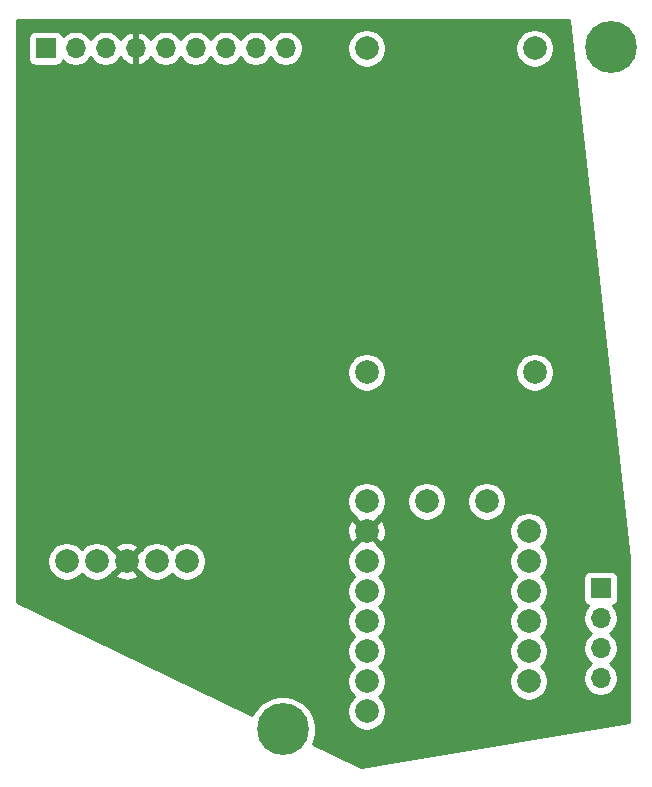
<source format=gbr>
G04 #@! TF.GenerationSoftware,KiCad,Pcbnew,(5.1.5)-3*
G04 #@! TF.CreationDate,2020-02-27T11:18:57-07:00*
G04 #@! TF.ProjectId,matildaboard,6d617469-6c64-4616-926f-6172642e6b69,rev?*
G04 #@! TF.SameCoordinates,Original*
G04 #@! TF.FileFunction,Copper,L2,Bot*
G04 #@! TF.FilePolarity,Positive*
%FSLAX46Y46*%
G04 Gerber Fmt 4.6, Leading zero omitted, Abs format (unit mm)*
G04 Created by KiCad (PCBNEW (5.1.5)-3) date 2020-02-27 11:18:57*
%MOMM*%
%LPD*%
G04 APERTURE LIST*
%ADD10C,0.700000*%
%ADD11C,4.400000*%
%ADD12C,2.000000*%
%ADD13R,1.700000X1.700000*%
%ADD14O,1.700000X1.700000*%
%ADD15C,0.254000*%
G04 APERTURE END LIST*
D10*
X141882726Y-106021274D03*
X140716000Y-105538000D03*
X139549274Y-106021274D03*
X139066000Y-107188000D03*
X139549274Y-108354726D03*
X140716000Y-108838000D03*
X141882726Y-108354726D03*
X142366000Y-107188000D03*
D11*
X140716000Y-107188000D03*
D10*
X169695726Y-48236274D03*
X168529000Y-47753000D03*
X167362274Y-48236274D03*
X166879000Y-49403000D03*
X167362274Y-50569726D03*
X168529000Y-51053000D03*
X169695726Y-50569726D03*
X170179000Y-49403000D03*
D11*
X168529000Y-49403000D03*
D12*
X147828000Y-87884000D03*
X147828000Y-90424000D03*
X147828000Y-92964000D03*
X147828000Y-95504000D03*
X147828000Y-98044000D03*
X147828000Y-100584000D03*
X147828000Y-103124000D03*
X147828000Y-105664000D03*
X161544000Y-103124000D03*
X161544000Y-100584000D03*
X161544000Y-98044000D03*
X161544000Y-95504000D03*
X161544000Y-92964000D03*
X161544000Y-90424000D03*
X157988000Y-87884000D03*
X152908000Y-87884000D03*
D13*
X120650000Y-49530000D03*
D14*
X123190000Y-49530000D03*
X125730000Y-49530000D03*
X128270000Y-49530000D03*
X130810000Y-49530000D03*
X133350000Y-49530000D03*
X135890000Y-49530000D03*
X138430000Y-49530000D03*
X140970000Y-49530000D03*
D13*
X167640000Y-95250000D03*
D14*
X167640000Y-97790000D03*
X167640000Y-100330000D03*
X167640000Y-102870000D03*
D12*
X132588000Y-92964000D03*
X130048000Y-92964000D03*
X127508000Y-92964000D03*
X124968000Y-92964000D03*
X122428000Y-92964000D03*
X147828000Y-49530000D03*
X162052000Y-49530000D03*
X147828000Y-76962000D03*
X162052000Y-76962000D03*
D15*
G36*
X170053000Y-92717032D02*
G01*
X170053000Y-106572415D01*
X147338646Y-110358140D01*
X143276238Y-108415249D01*
X143442052Y-108014939D01*
X143551000Y-107467223D01*
X143551000Y-106908777D01*
X143442052Y-106361061D01*
X143228344Y-105845124D01*
X142918088Y-105380793D01*
X142523207Y-104985912D01*
X142058876Y-104675656D01*
X141542939Y-104461948D01*
X140995223Y-104353000D01*
X140436777Y-104353000D01*
X139889061Y-104461948D01*
X139373124Y-104675656D01*
X138908793Y-104985912D01*
X138513912Y-105380793D01*
X138203656Y-105845124D01*
X138153834Y-105965404D01*
X118237000Y-96439962D01*
X118237000Y-92802967D01*
X120793000Y-92802967D01*
X120793000Y-93125033D01*
X120855832Y-93440912D01*
X120979082Y-93738463D01*
X121158013Y-94006252D01*
X121385748Y-94233987D01*
X121653537Y-94412918D01*
X121951088Y-94536168D01*
X122266967Y-94599000D01*
X122589033Y-94599000D01*
X122904912Y-94536168D01*
X123202463Y-94412918D01*
X123470252Y-94233987D01*
X123697987Y-94006252D01*
X123698000Y-94006233D01*
X123698013Y-94006252D01*
X123925748Y-94233987D01*
X124193537Y-94412918D01*
X124491088Y-94536168D01*
X124806967Y-94599000D01*
X125129033Y-94599000D01*
X125444912Y-94536168D01*
X125742463Y-94412918D01*
X126010252Y-94233987D01*
X126144826Y-94099413D01*
X126552192Y-94099413D01*
X126647956Y-94363814D01*
X126937571Y-94504704D01*
X127249108Y-94586384D01*
X127570595Y-94605718D01*
X127889675Y-94561961D01*
X128194088Y-94456795D01*
X128368044Y-94363814D01*
X128463808Y-94099413D01*
X127508000Y-93143605D01*
X126552192Y-94099413D01*
X126144826Y-94099413D01*
X126237987Y-94006252D01*
X126310720Y-93897400D01*
X126372587Y-93919808D01*
X127328395Y-92964000D01*
X127687605Y-92964000D01*
X128643413Y-93919808D01*
X128705280Y-93897400D01*
X128778013Y-94006252D01*
X129005748Y-94233987D01*
X129273537Y-94412918D01*
X129571088Y-94536168D01*
X129886967Y-94599000D01*
X130209033Y-94599000D01*
X130524912Y-94536168D01*
X130822463Y-94412918D01*
X131090252Y-94233987D01*
X131317987Y-94006252D01*
X131318000Y-94006233D01*
X131318013Y-94006252D01*
X131545748Y-94233987D01*
X131813537Y-94412918D01*
X132111088Y-94536168D01*
X132426967Y-94599000D01*
X132749033Y-94599000D01*
X133064912Y-94536168D01*
X133362463Y-94412918D01*
X133630252Y-94233987D01*
X133857987Y-94006252D01*
X134036918Y-93738463D01*
X134160168Y-93440912D01*
X134223000Y-93125033D01*
X134223000Y-92802967D01*
X146193000Y-92802967D01*
X146193000Y-93125033D01*
X146255832Y-93440912D01*
X146379082Y-93738463D01*
X146558013Y-94006252D01*
X146785748Y-94233987D01*
X146785767Y-94234000D01*
X146785748Y-94234013D01*
X146558013Y-94461748D01*
X146379082Y-94729537D01*
X146255832Y-95027088D01*
X146193000Y-95342967D01*
X146193000Y-95665033D01*
X146255832Y-95980912D01*
X146379082Y-96278463D01*
X146558013Y-96546252D01*
X146785748Y-96773987D01*
X146785767Y-96774000D01*
X146785748Y-96774013D01*
X146558013Y-97001748D01*
X146379082Y-97269537D01*
X146255832Y-97567088D01*
X146193000Y-97882967D01*
X146193000Y-98205033D01*
X146255832Y-98520912D01*
X146379082Y-98818463D01*
X146558013Y-99086252D01*
X146785748Y-99313987D01*
X146785767Y-99314000D01*
X146785748Y-99314013D01*
X146558013Y-99541748D01*
X146379082Y-99809537D01*
X146255832Y-100107088D01*
X146193000Y-100422967D01*
X146193000Y-100745033D01*
X146255832Y-101060912D01*
X146379082Y-101358463D01*
X146558013Y-101626252D01*
X146785748Y-101853987D01*
X146785767Y-101854000D01*
X146785748Y-101854013D01*
X146558013Y-102081748D01*
X146379082Y-102349537D01*
X146255832Y-102647088D01*
X146193000Y-102962967D01*
X146193000Y-103285033D01*
X146255832Y-103600912D01*
X146379082Y-103898463D01*
X146558013Y-104166252D01*
X146785748Y-104393987D01*
X146785767Y-104394000D01*
X146785748Y-104394013D01*
X146558013Y-104621748D01*
X146379082Y-104889537D01*
X146255832Y-105187088D01*
X146193000Y-105502967D01*
X146193000Y-105825033D01*
X146255832Y-106140912D01*
X146379082Y-106438463D01*
X146558013Y-106706252D01*
X146785748Y-106933987D01*
X147053537Y-107112918D01*
X147351088Y-107236168D01*
X147666967Y-107299000D01*
X147989033Y-107299000D01*
X148304912Y-107236168D01*
X148602463Y-107112918D01*
X148870252Y-106933987D01*
X149097987Y-106706252D01*
X149276918Y-106438463D01*
X149400168Y-106140912D01*
X149463000Y-105825033D01*
X149463000Y-105502967D01*
X149400168Y-105187088D01*
X149276918Y-104889537D01*
X149097987Y-104621748D01*
X148870252Y-104394013D01*
X148870233Y-104394000D01*
X148870252Y-104393987D01*
X149097987Y-104166252D01*
X149276918Y-103898463D01*
X149400168Y-103600912D01*
X149463000Y-103285033D01*
X149463000Y-102962967D01*
X149400168Y-102647088D01*
X149276918Y-102349537D01*
X149097987Y-102081748D01*
X148870252Y-101854013D01*
X148870233Y-101854000D01*
X148870252Y-101853987D01*
X149097987Y-101626252D01*
X149276918Y-101358463D01*
X149400168Y-101060912D01*
X149463000Y-100745033D01*
X149463000Y-100422967D01*
X149400168Y-100107088D01*
X149276918Y-99809537D01*
X149097987Y-99541748D01*
X148870252Y-99314013D01*
X148870233Y-99314000D01*
X148870252Y-99313987D01*
X149097987Y-99086252D01*
X149276918Y-98818463D01*
X149400168Y-98520912D01*
X149463000Y-98205033D01*
X149463000Y-97882967D01*
X149400168Y-97567088D01*
X149276918Y-97269537D01*
X149097987Y-97001748D01*
X148870252Y-96774013D01*
X148870233Y-96774000D01*
X148870252Y-96773987D01*
X149097987Y-96546252D01*
X149276918Y-96278463D01*
X149400168Y-95980912D01*
X149463000Y-95665033D01*
X149463000Y-95342967D01*
X149400168Y-95027088D01*
X149276918Y-94729537D01*
X149097987Y-94461748D01*
X148870252Y-94234013D01*
X148870233Y-94234000D01*
X148870252Y-94233987D01*
X149097987Y-94006252D01*
X149276918Y-93738463D01*
X149400168Y-93440912D01*
X149463000Y-93125033D01*
X149463000Y-92802967D01*
X149400168Y-92487088D01*
X149276918Y-92189537D01*
X149097987Y-91921748D01*
X148870252Y-91694013D01*
X148761400Y-91621280D01*
X148783808Y-91559413D01*
X147828000Y-90603605D01*
X146872192Y-91559413D01*
X146894600Y-91621280D01*
X146785748Y-91694013D01*
X146558013Y-91921748D01*
X146379082Y-92189537D01*
X146255832Y-92487088D01*
X146193000Y-92802967D01*
X134223000Y-92802967D01*
X134160168Y-92487088D01*
X134036918Y-92189537D01*
X133857987Y-91921748D01*
X133630252Y-91694013D01*
X133362463Y-91515082D01*
X133064912Y-91391832D01*
X132749033Y-91329000D01*
X132426967Y-91329000D01*
X132111088Y-91391832D01*
X131813537Y-91515082D01*
X131545748Y-91694013D01*
X131318013Y-91921748D01*
X131318000Y-91921767D01*
X131317987Y-91921748D01*
X131090252Y-91694013D01*
X130822463Y-91515082D01*
X130524912Y-91391832D01*
X130209033Y-91329000D01*
X129886967Y-91329000D01*
X129571088Y-91391832D01*
X129273537Y-91515082D01*
X129005748Y-91694013D01*
X128778013Y-91921748D01*
X128705280Y-92030600D01*
X128643413Y-92008192D01*
X127687605Y-92964000D01*
X127328395Y-92964000D01*
X126372587Y-92008192D01*
X126310720Y-92030600D01*
X126237987Y-91921748D01*
X126144826Y-91828587D01*
X126552192Y-91828587D01*
X127508000Y-92784395D01*
X128463808Y-91828587D01*
X128368044Y-91564186D01*
X128078429Y-91423296D01*
X127766892Y-91341616D01*
X127445405Y-91322282D01*
X127126325Y-91366039D01*
X126821912Y-91471205D01*
X126647956Y-91564186D01*
X126552192Y-91828587D01*
X126144826Y-91828587D01*
X126010252Y-91694013D01*
X125742463Y-91515082D01*
X125444912Y-91391832D01*
X125129033Y-91329000D01*
X124806967Y-91329000D01*
X124491088Y-91391832D01*
X124193537Y-91515082D01*
X123925748Y-91694013D01*
X123698013Y-91921748D01*
X123698000Y-91921767D01*
X123697987Y-91921748D01*
X123470252Y-91694013D01*
X123202463Y-91515082D01*
X122904912Y-91391832D01*
X122589033Y-91329000D01*
X122266967Y-91329000D01*
X121951088Y-91391832D01*
X121653537Y-91515082D01*
X121385748Y-91694013D01*
X121158013Y-91921748D01*
X120979082Y-92189537D01*
X120855832Y-92487088D01*
X120793000Y-92802967D01*
X118237000Y-92802967D01*
X118237000Y-90486595D01*
X146186282Y-90486595D01*
X146230039Y-90805675D01*
X146335205Y-91110088D01*
X146428186Y-91284044D01*
X146692587Y-91379808D01*
X147648395Y-90424000D01*
X148007605Y-90424000D01*
X148963413Y-91379808D01*
X149227814Y-91284044D01*
X149368704Y-90994429D01*
X149450384Y-90682892D01*
X149469718Y-90361405D01*
X149456219Y-90262967D01*
X159909000Y-90262967D01*
X159909000Y-90585033D01*
X159971832Y-90900912D01*
X160095082Y-91198463D01*
X160274013Y-91466252D01*
X160501748Y-91693987D01*
X160501767Y-91694000D01*
X160501748Y-91694013D01*
X160274013Y-91921748D01*
X160095082Y-92189537D01*
X159971832Y-92487088D01*
X159909000Y-92802967D01*
X159909000Y-93125033D01*
X159971832Y-93440912D01*
X160095082Y-93738463D01*
X160274013Y-94006252D01*
X160501748Y-94233987D01*
X160501767Y-94234000D01*
X160501748Y-94234013D01*
X160274013Y-94461748D01*
X160095082Y-94729537D01*
X159971832Y-95027088D01*
X159909000Y-95342967D01*
X159909000Y-95665033D01*
X159971832Y-95980912D01*
X160095082Y-96278463D01*
X160274013Y-96546252D01*
X160501748Y-96773987D01*
X160501767Y-96774000D01*
X160501748Y-96774013D01*
X160274013Y-97001748D01*
X160095082Y-97269537D01*
X159971832Y-97567088D01*
X159909000Y-97882967D01*
X159909000Y-98205033D01*
X159971832Y-98520912D01*
X160095082Y-98818463D01*
X160274013Y-99086252D01*
X160501748Y-99313987D01*
X160501767Y-99314000D01*
X160501748Y-99314013D01*
X160274013Y-99541748D01*
X160095082Y-99809537D01*
X159971832Y-100107088D01*
X159909000Y-100422967D01*
X159909000Y-100745033D01*
X159971832Y-101060912D01*
X160095082Y-101358463D01*
X160274013Y-101626252D01*
X160501748Y-101853987D01*
X160501767Y-101854000D01*
X160501748Y-101854013D01*
X160274013Y-102081748D01*
X160095082Y-102349537D01*
X159971832Y-102647088D01*
X159909000Y-102962967D01*
X159909000Y-103285033D01*
X159971832Y-103600912D01*
X160095082Y-103898463D01*
X160274013Y-104166252D01*
X160501748Y-104393987D01*
X160769537Y-104572918D01*
X161067088Y-104696168D01*
X161382967Y-104759000D01*
X161705033Y-104759000D01*
X162020912Y-104696168D01*
X162318463Y-104572918D01*
X162586252Y-104393987D01*
X162813987Y-104166252D01*
X162992918Y-103898463D01*
X163116168Y-103600912D01*
X163179000Y-103285033D01*
X163179000Y-102962967D01*
X163116168Y-102647088D01*
X162992918Y-102349537D01*
X162813987Y-102081748D01*
X162586252Y-101854013D01*
X162586233Y-101854000D01*
X162586252Y-101853987D01*
X162813987Y-101626252D01*
X162992918Y-101358463D01*
X163116168Y-101060912D01*
X163179000Y-100745033D01*
X163179000Y-100422967D01*
X163116168Y-100107088D01*
X162992918Y-99809537D01*
X162813987Y-99541748D01*
X162586252Y-99314013D01*
X162586233Y-99314000D01*
X162586252Y-99313987D01*
X162813987Y-99086252D01*
X162992918Y-98818463D01*
X163116168Y-98520912D01*
X163179000Y-98205033D01*
X163179000Y-97882967D01*
X163116168Y-97567088D01*
X162992918Y-97269537D01*
X162813987Y-97001748D01*
X162586252Y-96774013D01*
X162586233Y-96774000D01*
X162586252Y-96773987D01*
X162813987Y-96546252D01*
X162992918Y-96278463D01*
X163116168Y-95980912D01*
X163179000Y-95665033D01*
X163179000Y-95342967D01*
X163116168Y-95027088D01*
X162992918Y-94729537D01*
X162813987Y-94461748D01*
X162752239Y-94400000D01*
X166151928Y-94400000D01*
X166151928Y-96100000D01*
X166164188Y-96224482D01*
X166200498Y-96344180D01*
X166259463Y-96454494D01*
X166338815Y-96551185D01*
X166435506Y-96630537D01*
X166545820Y-96689502D01*
X166618380Y-96711513D01*
X166486525Y-96843368D01*
X166324010Y-97086589D01*
X166212068Y-97356842D01*
X166155000Y-97643740D01*
X166155000Y-97936260D01*
X166212068Y-98223158D01*
X166324010Y-98493411D01*
X166486525Y-98736632D01*
X166693368Y-98943475D01*
X166867760Y-99060000D01*
X166693368Y-99176525D01*
X166486525Y-99383368D01*
X166324010Y-99626589D01*
X166212068Y-99896842D01*
X166155000Y-100183740D01*
X166155000Y-100476260D01*
X166212068Y-100763158D01*
X166324010Y-101033411D01*
X166486525Y-101276632D01*
X166693368Y-101483475D01*
X166867760Y-101600000D01*
X166693368Y-101716525D01*
X166486525Y-101923368D01*
X166324010Y-102166589D01*
X166212068Y-102436842D01*
X166155000Y-102723740D01*
X166155000Y-103016260D01*
X166212068Y-103303158D01*
X166324010Y-103573411D01*
X166486525Y-103816632D01*
X166693368Y-104023475D01*
X166936589Y-104185990D01*
X167206842Y-104297932D01*
X167493740Y-104355000D01*
X167786260Y-104355000D01*
X168073158Y-104297932D01*
X168343411Y-104185990D01*
X168586632Y-104023475D01*
X168793475Y-103816632D01*
X168955990Y-103573411D01*
X169067932Y-103303158D01*
X169125000Y-103016260D01*
X169125000Y-102723740D01*
X169067932Y-102436842D01*
X168955990Y-102166589D01*
X168793475Y-101923368D01*
X168586632Y-101716525D01*
X168412240Y-101600000D01*
X168586632Y-101483475D01*
X168793475Y-101276632D01*
X168955990Y-101033411D01*
X169067932Y-100763158D01*
X169125000Y-100476260D01*
X169125000Y-100183740D01*
X169067932Y-99896842D01*
X168955990Y-99626589D01*
X168793475Y-99383368D01*
X168586632Y-99176525D01*
X168412240Y-99060000D01*
X168586632Y-98943475D01*
X168793475Y-98736632D01*
X168955990Y-98493411D01*
X169067932Y-98223158D01*
X169125000Y-97936260D01*
X169125000Y-97643740D01*
X169067932Y-97356842D01*
X168955990Y-97086589D01*
X168793475Y-96843368D01*
X168661620Y-96711513D01*
X168734180Y-96689502D01*
X168844494Y-96630537D01*
X168941185Y-96551185D01*
X169020537Y-96454494D01*
X169079502Y-96344180D01*
X169115812Y-96224482D01*
X169128072Y-96100000D01*
X169128072Y-94400000D01*
X169115812Y-94275518D01*
X169079502Y-94155820D01*
X169020537Y-94045506D01*
X168941185Y-93948815D01*
X168844494Y-93869463D01*
X168734180Y-93810498D01*
X168614482Y-93774188D01*
X168490000Y-93761928D01*
X166790000Y-93761928D01*
X166665518Y-93774188D01*
X166545820Y-93810498D01*
X166435506Y-93869463D01*
X166338815Y-93948815D01*
X166259463Y-94045506D01*
X166200498Y-94155820D01*
X166164188Y-94275518D01*
X166151928Y-94400000D01*
X162752239Y-94400000D01*
X162586252Y-94234013D01*
X162586233Y-94234000D01*
X162586252Y-94233987D01*
X162813987Y-94006252D01*
X162992918Y-93738463D01*
X163116168Y-93440912D01*
X163179000Y-93125033D01*
X163179000Y-92802967D01*
X163116168Y-92487088D01*
X162992918Y-92189537D01*
X162813987Y-91921748D01*
X162586252Y-91694013D01*
X162586233Y-91694000D01*
X162586252Y-91693987D01*
X162813987Y-91466252D01*
X162992918Y-91198463D01*
X163116168Y-90900912D01*
X163179000Y-90585033D01*
X163179000Y-90262967D01*
X163116168Y-89947088D01*
X162992918Y-89649537D01*
X162813987Y-89381748D01*
X162586252Y-89154013D01*
X162318463Y-88975082D01*
X162020912Y-88851832D01*
X161705033Y-88789000D01*
X161382967Y-88789000D01*
X161067088Y-88851832D01*
X160769537Y-88975082D01*
X160501748Y-89154013D01*
X160274013Y-89381748D01*
X160095082Y-89649537D01*
X159971832Y-89947088D01*
X159909000Y-90262967D01*
X149456219Y-90262967D01*
X149425961Y-90042325D01*
X149320795Y-89737912D01*
X149227814Y-89563956D01*
X148963413Y-89468192D01*
X148007605Y-90424000D01*
X147648395Y-90424000D01*
X146692587Y-89468192D01*
X146428186Y-89563956D01*
X146287296Y-89853571D01*
X146205616Y-90165108D01*
X146186282Y-90486595D01*
X118237000Y-90486595D01*
X118237000Y-87722967D01*
X146193000Y-87722967D01*
X146193000Y-88045033D01*
X146255832Y-88360912D01*
X146379082Y-88658463D01*
X146558013Y-88926252D01*
X146785748Y-89153987D01*
X146894600Y-89226720D01*
X146872192Y-89288587D01*
X147828000Y-90244395D01*
X148783808Y-89288587D01*
X148761400Y-89226720D01*
X148870252Y-89153987D01*
X149097987Y-88926252D01*
X149276918Y-88658463D01*
X149400168Y-88360912D01*
X149463000Y-88045033D01*
X149463000Y-87722967D01*
X151273000Y-87722967D01*
X151273000Y-88045033D01*
X151335832Y-88360912D01*
X151459082Y-88658463D01*
X151638013Y-88926252D01*
X151865748Y-89153987D01*
X152133537Y-89332918D01*
X152431088Y-89456168D01*
X152746967Y-89519000D01*
X153069033Y-89519000D01*
X153384912Y-89456168D01*
X153682463Y-89332918D01*
X153950252Y-89153987D01*
X154177987Y-88926252D01*
X154356918Y-88658463D01*
X154480168Y-88360912D01*
X154543000Y-88045033D01*
X154543000Y-87722967D01*
X156353000Y-87722967D01*
X156353000Y-88045033D01*
X156415832Y-88360912D01*
X156539082Y-88658463D01*
X156718013Y-88926252D01*
X156945748Y-89153987D01*
X157213537Y-89332918D01*
X157511088Y-89456168D01*
X157826967Y-89519000D01*
X158149033Y-89519000D01*
X158464912Y-89456168D01*
X158762463Y-89332918D01*
X159030252Y-89153987D01*
X159257987Y-88926252D01*
X159436918Y-88658463D01*
X159560168Y-88360912D01*
X159623000Y-88045033D01*
X159623000Y-87722967D01*
X159560168Y-87407088D01*
X159436918Y-87109537D01*
X159257987Y-86841748D01*
X159030252Y-86614013D01*
X158762463Y-86435082D01*
X158464912Y-86311832D01*
X158149033Y-86249000D01*
X157826967Y-86249000D01*
X157511088Y-86311832D01*
X157213537Y-86435082D01*
X156945748Y-86614013D01*
X156718013Y-86841748D01*
X156539082Y-87109537D01*
X156415832Y-87407088D01*
X156353000Y-87722967D01*
X154543000Y-87722967D01*
X154480168Y-87407088D01*
X154356918Y-87109537D01*
X154177987Y-86841748D01*
X153950252Y-86614013D01*
X153682463Y-86435082D01*
X153384912Y-86311832D01*
X153069033Y-86249000D01*
X152746967Y-86249000D01*
X152431088Y-86311832D01*
X152133537Y-86435082D01*
X151865748Y-86614013D01*
X151638013Y-86841748D01*
X151459082Y-87109537D01*
X151335832Y-87407088D01*
X151273000Y-87722967D01*
X149463000Y-87722967D01*
X149400168Y-87407088D01*
X149276918Y-87109537D01*
X149097987Y-86841748D01*
X148870252Y-86614013D01*
X148602463Y-86435082D01*
X148304912Y-86311832D01*
X147989033Y-86249000D01*
X147666967Y-86249000D01*
X147351088Y-86311832D01*
X147053537Y-86435082D01*
X146785748Y-86614013D01*
X146558013Y-86841748D01*
X146379082Y-87109537D01*
X146255832Y-87407088D01*
X146193000Y-87722967D01*
X118237000Y-87722967D01*
X118237000Y-76800967D01*
X146193000Y-76800967D01*
X146193000Y-77123033D01*
X146255832Y-77438912D01*
X146379082Y-77736463D01*
X146558013Y-78004252D01*
X146785748Y-78231987D01*
X147053537Y-78410918D01*
X147351088Y-78534168D01*
X147666967Y-78597000D01*
X147989033Y-78597000D01*
X148304912Y-78534168D01*
X148602463Y-78410918D01*
X148870252Y-78231987D01*
X149097987Y-78004252D01*
X149276918Y-77736463D01*
X149400168Y-77438912D01*
X149463000Y-77123033D01*
X149463000Y-76800967D01*
X160417000Y-76800967D01*
X160417000Y-77123033D01*
X160479832Y-77438912D01*
X160603082Y-77736463D01*
X160782013Y-78004252D01*
X161009748Y-78231987D01*
X161277537Y-78410918D01*
X161575088Y-78534168D01*
X161890967Y-78597000D01*
X162213033Y-78597000D01*
X162528912Y-78534168D01*
X162826463Y-78410918D01*
X163094252Y-78231987D01*
X163321987Y-78004252D01*
X163500918Y-77736463D01*
X163624168Y-77438912D01*
X163687000Y-77123033D01*
X163687000Y-76800967D01*
X163624168Y-76485088D01*
X163500918Y-76187537D01*
X163321987Y-75919748D01*
X163094252Y-75692013D01*
X162826463Y-75513082D01*
X162528912Y-75389832D01*
X162213033Y-75327000D01*
X161890967Y-75327000D01*
X161575088Y-75389832D01*
X161277537Y-75513082D01*
X161009748Y-75692013D01*
X160782013Y-75919748D01*
X160603082Y-76187537D01*
X160479832Y-76485088D01*
X160417000Y-76800967D01*
X149463000Y-76800967D01*
X149400168Y-76485088D01*
X149276918Y-76187537D01*
X149097987Y-75919748D01*
X148870252Y-75692013D01*
X148602463Y-75513082D01*
X148304912Y-75389832D01*
X147989033Y-75327000D01*
X147666967Y-75327000D01*
X147351088Y-75389832D01*
X147053537Y-75513082D01*
X146785748Y-75692013D01*
X146558013Y-75919748D01*
X146379082Y-76187537D01*
X146255832Y-76485088D01*
X146193000Y-76800967D01*
X118237000Y-76800967D01*
X118237000Y-48680000D01*
X119161928Y-48680000D01*
X119161928Y-50380000D01*
X119174188Y-50504482D01*
X119210498Y-50624180D01*
X119269463Y-50734494D01*
X119348815Y-50831185D01*
X119445506Y-50910537D01*
X119555820Y-50969502D01*
X119675518Y-51005812D01*
X119800000Y-51018072D01*
X121500000Y-51018072D01*
X121624482Y-51005812D01*
X121744180Y-50969502D01*
X121854494Y-50910537D01*
X121951185Y-50831185D01*
X122030537Y-50734494D01*
X122089502Y-50624180D01*
X122111513Y-50551620D01*
X122243368Y-50683475D01*
X122486589Y-50845990D01*
X122756842Y-50957932D01*
X123043740Y-51015000D01*
X123336260Y-51015000D01*
X123623158Y-50957932D01*
X123893411Y-50845990D01*
X124136632Y-50683475D01*
X124343475Y-50476632D01*
X124460000Y-50302240D01*
X124576525Y-50476632D01*
X124783368Y-50683475D01*
X125026589Y-50845990D01*
X125296842Y-50957932D01*
X125583740Y-51015000D01*
X125876260Y-51015000D01*
X126163158Y-50957932D01*
X126433411Y-50845990D01*
X126676632Y-50683475D01*
X126883475Y-50476632D01*
X127005195Y-50294466D01*
X127074822Y-50411355D01*
X127269731Y-50627588D01*
X127503080Y-50801641D01*
X127765901Y-50926825D01*
X127913110Y-50971476D01*
X128143000Y-50850155D01*
X128143000Y-49657000D01*
X128123000Y-49657000D01*
X128123000Y-49403000D01*
X128143000Y-49403000D01*
X128143000Y-48209845D01*
X128397000Y-48209845D01*
X128397000Y-49403000D01*
X128417000Y-49403000D01*
X128417000Y-49657000D01*
X128397000Y-49657000D01*
X128397000Y-50850155D01*
X128626890Y-50971476D01*
X128774099Y-50926825D01*
X129036920Y-50801641D01*
X129270269Y-50627588D01*
X129465178Y-50411355D01*
X129534805Y-50294466D01*
X129656525Y-50476632D01*
X129863368Y-50683475D01*
X130106589Y-50845990D01*
X130376842Y-50957932D01*
X130663740Y-51015000D01*
X130956260Y-51015000D01*
X131243158Y-50957932D01*
X131513411Y-50845990D01*
X131756632Y-50683475D01*
X131963475Y-50476632D01*
X132080000Y-50302240D01*
X132196525Y-50476632D01*
X132403368Y-50683475D01*
X132646589Y-50845990D01*
X132916842Y-50957932D01*
X133203740Y-51015000D01*
X133496260Y-51015000D01*
X133783158Y-50957932D01*
X134053411Y-50845990D01*
X134296632Y-50683475D01*
X134503475Y-50476632D01*
X134620000Y-50302240D01*
X134736525Y-50476632D01*
X134943368Y-50683475D01*
X135186589Y-50845990D01*
X135456842Y-50957932D01*
X135743740Y-51015000D01*
X136036260Y-51015000D01*
X136323158Y-50957932D01*
X136593411Y-50845990D01*
X136836632Y-50683475D01*
X137043475Y-50476632D01*
X137160000Y-50302240D01*
X137276525Y-50476632D01*
X137483368Y-50683475D01*
X137726589Y-50845990D01*
X137996842Y-50957932D01*
X138283740Y-51015000D01*
X138576260Y-51015000D01*
X138863158Y-50957932D01*
X139133411Y-50845990D01*
X139376632Y-50683475D01*
X139583475Y-50476632D01*
X139700000Y-50302240D01*
X139816525Y-50476632D01*
X140023368Y-50683475D01*
X140266589Y-50845990D01*
X140536842Y-50957932D01*
X140823740Y-51015000D01*
X141116260Y-51015000D01*
X141403158Y-50957932D01*
X141673411Y-50845990D01*
X141916632Y-50683475D01*
X142123475Y-50476632D01*
X142285990Y-50233411D01*
X142397932Y-49963158D01*
X142455000Y-49676260D01*
X142455000Y-49383740D01*
X142452062Y-49368967D01*
X146193000Y-49368967D01*
X146193000Y-49691033D01*
X146255832Y-50006912D01*
X146379082Y-50304463D01*
X146558013Y-50572252D01*
X146785748Y-50799987D01*
X147053537Y-50978918D01*
X147351088Y-51102168D01*
X147666967Y-51165000D01*
X147989033Y-51165000D01*
X148304912Y-51102168D01*
X148602463Y-50978918D01*
X148870252Y-50799987D01*
X149097987Y-50572252D01*
X149276918Y-50304463D01*
X149400168Y-50006912D01*
X149463000Y-49691033D01*
X149463000Y-49368967D01*
X160417000Y-49368967D01*
X160417000Y-49691033D01*
X160479832Y-50006912D01*
X160603082Y-50304463D01*
X160782013Y-50572252D01*
X161009748Y-50799987D01*
X161277537Y-50978918D01*
X161575088Y-51102168D01*
X161890967Y-51165000D01*
X162213033Y-51165000D01*
X162528912Y-51102168D01*
X162826463Y-50978918D01*
X163094252Y-50799987D01*
X163321987Y-50572252D01*
X163500918Y-50304463D01*
X163624168Y-50006912D01*
X163687000Y-49691033D01*
X163687000Y-49368967D01*
X163624168Y-49053088D01*
X163500918Y-48755537D01*
X163321987Y-48487748D01*
X163094252Y-48260013D01*
X162826463Y-48081082D01*
X162528912Y-47957832D01*
X162213033Y-47895000D01*
X161890967Y-47895000D01*
X161575088Y-47957832D01*
X161277537Y-48081082D01*
X161009748Y-48260013D01*
X160782013Y-48487748D01*
X160603082Y-48755537D01*
X160479832Y-49053088D01*
X160417000Y-49368967D01*
X149463000Y-49368967D01*
X149400168Y-49053088D01*
X149276918Y-48755537D01*
X149097987Y-48487748D01*
X148870252Y-48260013D01*
X148602463Y-48081082D01*
X148304912Y-47957832D01*
X147989033Y-47895000D01*
X147666967Y-47895000D01*
X147351088Y-47957832D01*
X147053537Y-48081082D01*
X146785748Y-48260013D01*
X146558013Y-48487748D01*
X146379082Y-48755537D01*
X146255832Y-49053088D01*
X146193000Y-49368967D01*
X142452062Y-49368967D01*
X142397932Y-49096842D01*
X142285990Y-48826589D01*
X142123475Y-48583368D01*
X141916632Y-48376525D01*
X141673411Y-48214010D01*
X141403158Y-48102068D01*
X141116260Y-48045000D01*
X140823740Y-48045000D01*
X140536842Y-48102068D01*
X140266589Y-48214010D01*
X140023368Y-48376525D01*
X139816525Y-48583368D01*
X139700000Y-48757760D01*
X139583475Y-48583368D01*
X139376632Y-48376525D01*
X139133411Y-48214010D01*
X138863158Y-48102068D01*
X138576260Y-48045000D01*
X138283740Y-48045000D01*
X137996842Y-48102068D01*
X137726589Y-48214010D01*
X137483368Y-48376525D01*
X137276525Y-48583368D01*
X137160000Y-48757760D01*
X137043475Y-48583368D01*
X136836632Y-48376525D01*
X136593411Y-48214010D01*
X136323158Y-48102068D01*
X136036260Y-48045000D01*
X135743740Y-48045000D01*
X135456842Y-48102068D01*
X135186589Y-48214010D01*
X134943368Y-48376525D01*
X134736525Y-48583368D01*
X134620000Y-48757760D01*
X134503475Y-48583368D01*
X134296632Y-48376525D01*
X134053411Y-48214010D01*
X133783158Y-48102068D01*
X133496260Y-48045000D01*
X133203740Y-48045000D01*
X132916842Y-48102068D01*
X132646589Y-48214010D01*
X132403368Y-48376525D01*
X132196525Y-48583368D01*
X132080000Y-48757760D01*
X131963475Y-48583368D01*
X131756632Y-48376525D01*
X131513411Y-48214010D01*
X131243158Y-48102068D01*
X130956260Y-48045000D01*
X130663740Y-48045000D01*
X130376842Y-48102068D01*
X130106589Y-48214010D01*
X129863368Y-48376525D01*
X129656525Y-48583368D01*
X129534805Y-48765534D01*
X129465178Y-48648645D01*
X129270269Y-48432412D01*
X129036920Y-48258359D01*
X128774099Y-48133175D01*
X128626890Y-48088524D01*
X128397000Y-48209845D01*
X128143000Y-48209845D01*
X127913110Y-48088524D01*
X127765901Y-48133175D01*
X127503080Y-48258359D01*
X127269731Y-48432412D01*
X127074822Y-48648645D01*
X127005195Y-48765534D01*
X126883475Y-48583368D01*
X126676632Y-48376525D01*
X126433411Y-48214010D01*
X126163158Y-48102068D01*
X125876260Y-48045000D01*
X125583740Y-48045000D01*
X125296842Y-48102068D01*
X125026589Y-48214010D01*
X124783368Y-48376525D01*
X124576525Y-48583368D01*
X124460000Y-48757760D01*
X124343475Y-48583368D01*
X124136632Y-48376525D01*
X123893411Y-48214010D01*
X123623158Y-48102068D01*
X123336260Y-48045000D01*
X123043740Y-48045000D01*
X122756842Y-48102068D01*
X122486589Y-48214010D01*
X122243368Y-48376525D01*
X122111513Y-48508380D01*
X122089502Y-48435820D01*
X122030537Y-48325506D01*
X121951185Y-48228815D01*
X121854494Y-48149463D01*
X121744180Y-48090498D01*
X121624482Y-48054188D01*
X121500000Y-48041928D01*
X119800000Y-48041928D01*
X119675518Y-48054188D01*
X119555820Y-48090498D01*
X119445506Y-48149463D01*
X119348815Y-48228815D01*
X119269463Y-48325506D01*
X119210498Y-48435820D01*
X119174188Y-48555518D01*
X119161928Y-48680000D01*
X118237000Y-48680000D01*
X118237000Y-47117000D01*
X164986330Y-47117000D01*
X170053000Y-92717032D01*
G37*
X170053000Y-92717032D02*
X170053000Y-106572415D01*
X147338646Y-110358140D01*
X143276238Y-108415249D01*
X143442052Y-108014939D01*
X143551000Y-107467223D01*
X143551000Y-106908777D01*
X143442052Y-106361061D01*
X143228344Y-105845124D01*
X142918088Y-105380793D01*
X142523207Y-104985912D01*
X142058876Y-104675656D01*
X141542939Y-104461948D01*
X140995223Y-104353000D01*
X140436777Y-104353000D01*
X139889061Y-104461948D01*
X139373124Y-104675656D01*
X138908793Y-104985912D01*
X138513912Y-105380793D01*
X138203656Y-105845124D01*
X138153834Y-105965404D01*
X118237000Y-96439962D01*
X118237000Y-92802967D01*
X120793000Y-92802967D01*
X120793000Y-93125033D01*
X120855832Y-93440912D01*
X120979082Y-93738463D01*
X121158013Y-94006252D01*
X121385748Y-94233987D01*
X121653537Y-94412918D01*
X121951088Y-94536168D01*
X122266967Y-94599000D01*
X122589033Y-94599000D01*
X122904912Y-94536168D01*
X123202463Y-94412918D01*
X123470252Y-94233987D01*
X123697987Y-94006252D01*
X123698000Y-94006233D01*
X123698013Y-94006252D01*
X123925748Y-94233987D01*
X124193537Y-94412918D01*
X124491088Y-94536168D01*
X124806967Y-94599000D01*
X125129033Y-94599000D01*
X125444912Y-94536168D01*
X125742463Y-94412918D01*
X126010252Y-94233987D01*
X126144826Y-94099413D01*
X126552192Y-94099413D01*
X126647956Y-94363814D01*
X126937571Y-94504704D01*
X127249108Y-94586384D01*
X127570595Y-94605718D01*
X127889675Y-94561961D01*
X128194088Y-94456795D01*
X128368044Y-94363814D01*
X128463808Y-94099413D01*
X127508000Y-93143605D01*
X126552192Y-94099413D01*
X126144826Y-94099413D01*
X126237987Y-94006252D01*
X126310720Y-93897400D01*
X126372587Y-93919808D01*
X127328395Y-92964000D01*
X127687605Y-92964000D01*
X128643413Y-93919808D01*
X128705280Y-93897400D01*
X128778013Y-94006252D01*
X129005748Y-94233987D01*
X129273537Y-94412918D01*
X129571088Y-94536168D01*
X129886967Y-94599000D01*
X130209033Y-94599000D01*
X130524912Y-94536168D01*
X130822463Y-94412918D01*
X131090252Y-94233987D01*
X131317987Y-94006252D01*
X131318000Y-94006233D01*
X131318013Y-94006252D01*
X131545748Y-94233987D01*
X131813537Y-94412918D01*
X132111088Y-94536168D01*
X132426967Y-94599000D01*
X132749033Y-94599000D01*
X133064912Y-94536168D01*
X133362463Y-94412918D01*
X133630252Y-94233987D01*
X133857987Y-94006252D01*
X134036918Y-93738463D01*
X134160168Y-93440912D01*
X134223000Y-93125033D01*
X134223000Y-92802967D01*
X146193000Y-92802967D01*
X146193000Y-93125033D01*
X146255832Y-93440912D01*
X146379082Y-93738463D01*
X146558013Y-94006252D01*
X146785748Y-94233987D01*
X146785767Y-94234000D01*
X146785748Y-94234013D01*
X146558013Y-94461748D01*
X146379082Y-94729537D01*
X146255832Y-95027088D01*
X146193000Y-95342967D01*
X146193000Y-95665033D01*
X146255832Y-95980912D01*
X146379082Y-96278463D01*
X146558013Y-96546252D01*
X146785748Y-96773987D01*
X146785767Y-96774000D01*
X146785748Y-96774013D01*
X146558013Y-97001748D01*
X146379082Y-97269537D01*
X146255832Y-97567088D01*
X146193000Y-97882967D01*
X146193000Y-98205033D01*
X146255832Y-98520912D01*
X146379082Y-98818463D01*
X146558013Y-99086252D01*
X146785748Y-99313987D01*
X146785767Y-99314000D01*
X146785748Y-99314013D01*
X146558013Y-99541748D01*
X146379082Y-99809537D01*
X146255832Y-100107088D01*
X146193000Y-100422967D01*
X146193000Y-100745033D01*
X146255832Y-101060912D01*
X146379082Y-101358463D01*
X146558013Y-101626252D01*
X146785748Y-101853987D01*
X146785767Y-101854000D01*
X146785748Y-101854013D01*
X146558013Y-102081748D01*
X146379082Y-102349537D01*
X146255832Y-102647088D01*
X146193000Y-102962967D01*
X146193000Y-103285033D01*
X146255832Y-103600912D01*
X146379082Y-103898463D01*
X146558013Y-104166252D01*
X146785748Y-104393987D01*
X146785767Y-104394000D01*
X146785748Y-104394013D01*
X146558013Y-104621748D01*
X146379082Y-104889537D01*
X146255832Y-105187088D01*
X146193000Y-105502967D01*
X146193000Y-105825033D01*
X146255832Y-106140912D01*
X146379082Y-106438463D01*
X146558013Y-106706252D01*
X146785748Y-106933987D01*
X147053537Y-107112918D01*
X147351088Y-107236168D01*
X147666967Y-107299000D01*
X147989033Y-107299000D01*
X148304912Y-107236168D01*
X148602463Y-107112918D01*
X148870252Y-106933987D01*
X149097987Y-106706252D01*
X149276918Y-106438463D01*
X149400168Y-106140912D01*
X149463000Y-105825033D01*
X149463000Y-105502967D01*
X149400168Y-105187088D01*
X149276918Y-104889537D01*
X149097987Y-104621748D01*
X148870252Y-104394013D01*
X148870233Y-104394000D01*
X148870252Y-104393987D01*
X149097987Y-104166252D01*
X149276918Y-103898463D01*
X149400168Y-103600912D01*
X149463000Y-103285033D01*
X149463000Y-102962967D01*
X149400168Y-102647088D01*
X149276918Y-102349537D01*
X149097987Y-102081748D01*
X148870252Y-101854013D01*
X148870233Y-101854000D01*
X148870252Y-101853987D01*
X149097987Y-101626252D01*
X149276918Y-101358463D01*
X149400168Y-101060912D01*
X149463000Y-100745033D01*
X149463000Y-100422967D01*
X149400168Y-100107088D01*
X149276918Y-99809537D01*
X149097987Y-99541748D01*
X148870252Y-99314013D01*
X148870233Y-99314000D01*
X148870252Y-99313987D01*
X149097987Y-99086252D01*
X149276918Y-98818463D01*
X149400168Y-98520912D01*
X149463000Y-98205033D01*
X149463000Y-97882967D01*
X149400168Y-97567088D01*
X149276918Y-97269537D01*
X149097987Y-97001748D01*
X148870252Y-96774013D01*
X148870233Y-96774000D01*
X148870252Y-96773987D01*
X149097987Y-96546252D01*
X149276918Y-96278463D01*
X149400168Y-95980912D01*
X149463000Y-95665033D01*
X149463000Y-95342967D01*
X149400168Y-95027088D01*
X149276918Y-94729537D01*
X149097987Y-94461748D01*
X148870252Y-94234013D01*
X148870233Y-94234000D01*
X148870252Y-94233987D01*
X149097987Y-94006252D01*
X149276918Y-93738463D01*
X149400168Y-93440912D01*
X149463000Y-93125033D01*
X149463000Y-92802967D01*
X149400168Y-92487088D01*
X149276918Y-92189537D01*
X149097987Y-91921748D01*
X148870252Y-91694013D01*
X148761400Y-91621280D01*
X148783808Y-91559413D01*
X147828000Y-90603605D01*
X146872192Y-91559413D01*
X146894600Y-91621280D01*
X146785748Y-91694013D01*
X146558013Y-91921748D01*
X146379082Y-92189537D01*
X146255832Y-92487088D01*
X146193000Y-92802967D01*
X134223000Y-92802967D01*
X134160168Y-92487088D01*
X134036918Y-92189537D01*
X133857987Y-91921748D01*
X133630252Y-91694013D01*
X133362463Y-91515082D01*
X133064912Y-91391832D01*
X132749033Y-91329000D01*
X132426967Y-91329000D01*
X132111088Y-91391832D01*
X131813537Y-91515082D01*
X131545748Y-91694013D01*
X131318013Y-91921748D01*
X131318000Y-91921767D01*
X131317987Y-91921748D01*
X131090252Y-91694013D01*
X130822463Y-91515082D01*
X130524912Y-91391832D01*
X130209033Y-91329000D01*
X129886967Y-91329000D01*
X129571088Y-91391832D01*
X129273537Y-91515082D01*
X129005748Y-91694013D01*
X128778013Y-91921748D01*
X128705280Y-92030600D01*
X128643413Y-92008192D01*
X127687605Y-92964000D01*
X127328395Y-92964000D01*
X126372587Y-92008192D01*
X126310720Y-92030600D01*
X126237987Y-91921748D01*
X126144826Y-91828587D01*
X126552192Y-91828587D01*
X127508000Y-92784395D01*
X128463808Y-91828587D01*
X128368044Y-91564186D01*
X128078429Y-91423296D01*
X127766892Y-91341616D01*
X127445405Y-91322282D01*
X127126325Y-91366039D01*
X126821912Y-91471205D01*
X126647956Y-91564186D01*
X126552192Y-91828587D01*
X126144826Y-91828587D01*
X126010252Y-91694013D01*
X125742463Y-91515082D01*
X125444912Y-91391832D01*
X125129033Y-91329000D01*
X124806967Y-91329000D01*
X124491088Y-91391832D01*
X124193537Y-91515082D01*
X123925748Y-91694013D01*
X123698013Y-91921748D01*
X123698000Y-91921767D01*
X123697987Y-91921748D01*
X123470252Y-91694013D01*
X123202463Y-91515082D01*
X122904912Y-91391832D01*
X122589033Y-91329000D01*
X122266967Y-91329000D01*
X121951088Y-91391832D01*
X121653537Y-91515082D01*
X121385748Y-91694013D01*
X121158013Y-91921748D01*
X120979082Y-92189537D01*
X120855832Y-92487088D01*
X120793000Y-92802967D01*
X118237000Y-92802967D01*
X118237000Y-90486595D01*
X146186282Y-90486595D01*
X146230039Y-90805675D01*
X146335205Y-91110088D01*
X146428186Y-91284044D01*
X146692587Y-91379808D01*
X147648395Y-90424000D01*
X148007605Y-90424000D01*
X148963413Y-91379808D01*
X149227814Y-91284044D01*
X149368704Y-90994429D01*
X149450384Y-90682892D01*
X149469718Y-90361405D01*
X149456219Y-90262967D01*
X159909000Y-90262967D01*
X159909000Y-90585033D01*
X159971832Y-90900912D01*
X160095082Y-91198463D01*
X160274013Y-91466252D01*
X160501748Y-91693987D01*
X160501767Y-91694000D01*
X160501748Y-91694013D01*
X160274013Y-91921748D01*
X160095082Y-92189537D01*
X159971832Y-92487088D01*
X159909000Y-92802967D01*
X159909000Y-93125033D01*
X159971832Y-93440912D01*
X160095082Y-93738463D01*
X160274013Y-94006252D01*
X160501748Y-94233987D01*
X160501767Y-94234000D01*
X160501748Y-94234013D01*
X160274013Y-94461748D01*
X160095082Y-94729537D01*
X159971832Y-95027088D01*
X159909000Y-95342967D01*
X159909000Y-95665033D01*
X159971832Y-95980912D01*
X160095082Y-96278463D01*
X160274013Y-96546252D01*
X160501748Y-96773987D01*
X160501767Y-96774000D01*
X160501748Y-96774013D01*
X160274013Y-97001748D01*
X160095082Y-97269537D01*
X159971832Y-97567088D01*
X159909000Y-97882967D01*
X159909000Y-98205033D01*
X159971832Y-98520912D01*
X160095082Y-98818463D01*
X160274013Y-99086252D01*
X160501748Y-99313987D01*
X160501767Y-99314000D01*
X160501748Y-99314013D01*
X160274013Y-99541748D01*
X160095082Y-99809537D01*
X159971832Y-100107088D01*
X159909000Y-100422967D01*
X159909000Y-100745033D01*
X159971832Y-101060912D01*
X160095082Y-101358463D01*
X160274013Y-101626252D01*
X160501748Y-101853987D01*
X160501767Y-101854000D01*
X160501748Y-101854013D01*
X160274013Y-102081748D01*
X160095082Y-102349537D01*
X159971832Y-102647088D01*
X159909000Y-102962967D01*
X159909000Y-103285033D01*
X159971832Y-103600912D01*
X160095082Y-103898463D01*
X160274013Y-104166252D01*
X160501748Y-104393987D01*
X160769537Y-104572918D01*
X161067088Y-104696168D01*
X161382967Y-104759000D01*
X161705033Y-104759000D01*
X162020912Y-104696168D01*
X162318463Y-104572918D01*
X162586252Y-104393987D01*
X162813987Y-104166252D01*
X162992918Y-103898463D01*
X163116168Y-103600912D01*
X163179000Y-103285033D01*
X163179000Y-102962967D01*
X163116168Y-102647088D01*
X162992918Y-102349537D01*
X162813987Y-102081748D01*
X162586252Y-101854013D01*
X162586233Y-101854000D01*
X162586252Y-101853987D01*
X162813987Y-101626252D01*
X162992918Y-101358463D01*
X163116168Y-101060912D01*
X163179000Y-100745033D01*
X163179000Y-100422967D01*
X163116168Y-100107088D01*
X162992918Y-99809537D01*
X162813987Y-99541748D01*
X162586252Y-99314013D01*
X162586233Y-99314000D01*
X162586252Y-99313987D01*
X162813987Y-99086252D01*
X162992918Y-98818463D01*
X163116168Y-98520912D01*
X163179000Y-98205033D01*
X163179000Y-97882967D01*
X163116168Y-97567088D01*
X162992918Y-97269537D01*
X162813987Y-97001748D01*
X162586252Y-96774013D01*
X162586233Y-96774000D01*
X162586252Y-96773987D01*
X162813987Y-96546252D01*
X162992918Y-96278463D01*
X163116168Y-95980912D01*
X163179000Y-95665033D01*
X163179000Y-95342967D01*
X163116168Y-95027088D01*
X162992918Y-94729537D01*
X162813987Y-94461748D01*
X162752239Y-94400000D01*
X166151928Y-94400000D01*
X166151928Y-96100000D01*
X166164188Y-96224482D01*
X166200498Y-96344180D01*
X166259463Y-96454494D01*
X166338815Y-96551185D01*
X166435506Y-96630537D01*
X166545820Y-96689502D01*
X166618380Y-96711513D01*
X166486525Y-96843368D01*
X166324010Y-97086589D01*
X166212068Y-97356842D01*
X166155000Y-97643740D01*
X166155000Y-97936260D01*
X166212068Y-98223158D01*
X166324010Y-98493411D01*
X166486525Y-98736632D01*
X166693368Y-98943475D01*
X166867760Y-99060000D01*
X166693368Y-99176525D01*
X166486525Y-99383368D01*
X166324010Y-99626589D01*
X166212068Y-99896842D01*
X166155000Y-100183740D01*
X166155000Y-100476260D01*
X166212068Y-100763158D01*
X166324010Y-101033411D01*
X166486525Y-101276632D01*
X166693368Y-101483475D01*
X166867760Y-101600000D01*
X166693368Y-101716525D01*
X166486525Y-101923368D01*
X166324010Y-102166589D01*
X166212068Y-102436842D01*
X166155000Y-102723740D01*
X166155000Y-103016260D01*
X166212068Y-103303158D01*
X166324010Y-103573411D01*
X166486525Y-103816632D01*
X166693368Y-104023475D01*
X166936589Y-104185990D01*
X167206842Y-104297932D01*
X167493740Y-104355000D01*
X167786260Y-104355000D01*
X168073158Y-104297932D01*
X168343411Y-104185990D01*
X168586632Y-104023475D01*
X168793475Y-103816632D01*
X168955990Y-103573411D01*
X169067932Y-103303158D01*
X169125000Y-103016260D01*
X169125000Y-102723740D01*
X169067932Y-102436842D01*
X168955990Y-102166589D01*
X168793475Y-101923368D01*
X168586632Y-101716525D01*
X168412240Y-101600000D01*
X168586632Y-101483475D01*
X168793475Y-101276632D01*
X168955990Y-101033411D01*
X169067932Y-100763158D01*
X169125000Y-100476260D01*
X169125000Y-100183740D01*
X169067932Y-99896842D01*
X168955990Y-99626589D01*
X168793475Y-99383368D01*
X168586632Y-99176525D01*
X168412240Y-99060000D01*
X168586632Y-98943475D01*
X168793475Y-98736632D01*
X168955990Y-98493411D01*
X169067932Y-98223158D01*
X169125000Y-97936260D01*
X169125000Y-97643740D01*
X169067932Y-97356842D01*
X168955990Y-97086589D01*
X168793475Y-96843368D01*
X168661620Y-96711513D01*
X168734180Y-96689502D01*
X168844494Y-96630537D01*
X168941185Y-96551185D01*
X169020537Y-96454494D01*
X169079502Y-96344180D01*
X169115812Y-96224482D01*
X169128072Y-96100000D01*
X169128072Y-94400000D01*
X169115812Y-94275518D01*
X169079502Y-94155820D01*
X169020537Y-94045506D01*
X168941185Y-93948815D01*
X168844494Y-93869463D01*
X168734180Y-93810498D01*
X168614482Y-93774188D01*
X168490000Y-93761928D01*
X166790000Y-93761928D01*
X166665518Y-93774188D01*
X166545820Y-93810498D01*
X166435506Y-93869463D01*
X166338815Y-93948815D01*
X166259463Y-94045506D01*
X166200498Y-94155820D01*
X166164188Y-94275518D01*
X166151928Y-94400000D01*
X162752239Y-94400000D01*
X162586252Y-94234013D01*
X162586233Y-94234000D01*
X162586252Y-94233987D01*
X162813987Y-94006252D01*
X162992918Y-93738463D01*
X163116168Y-93440912D01*
X163179000Y-93125033D01*
X163179000Y-92802967D01*
X163116168Y-92487088D01*
X162992918Y-92189537D01*
X162813987Y-91921748D01*
X162586252Y-91694013D01*
X162586233Y-91694000D01*
X162586252Y-91693987D01*
X162813987Y-91466252D01*
X162992918Y-91198463D01*
X163116168Y-90900912D01*
X163179000Y-90585033D01*
X163179000Y-90262967D01*
X163116168Y-89947088D01*
X162992918Y-89649537D01*
X162813987Y-89381748D01*
X162586252Y-89154013D01*
X162318463Y-88975082D01*
X162020912Y-88851832D01*
X161705033Y-88789000D01*
X161382967Y-88789000D01*
X161067088Y-88851832D01*
X160769537Y-88975082D01*
X160501748Y-89154013D01*
X160274013Y-89381748D01*
X160095082Y-89649537D01*
X159971832Y-89947088D01*
X159909000Y-90262967D01*
X149456219Y-90262967D01*
X149425961Y-90042325D01*
X149320795Y-89737912D01*
X149227814Y-89563956D01*
X148963413Y-89468192D01*
X148007605Y-90424000D01*
X147648395Y-90424000D01*
X146692587Y-89468192D01*
X146428186Y-89563956D01*
X146287296Y-89853571D01*
X146205616Y-90165108D01*
X146186282Y-90486595D01*
X118237000Y-90486595D01*
X118237000Y-87722967D01*
X146193000Y-87722967D01*
X146193000Y-88045033D01*
X146255832Y-88360912D01*
X146379082Y-88658463D01*
X146558013Y-88926252D01*
X146785748Y-89153987D01*
X146894600Y-89226720D01*
X146872192Y-89288587D01*
X147828000Y-90244395D01*
X148783808Y-89288587D01*
X148761400Y-89226720D01*
X148870252Y-89153987D01*
X149097987Y-88926252D01*
X149276918Y-88658463D01*
X149400168Y-88360912D01*
X149463000Y-88045033D01*
X149463000Y-87722967D01*
X151273000Y-87722967D01*
X151273000Y-88045033D01*
X151335832Y-88360912D01*
X151459082Y-88658463D01*
X151638013Y-88926252D01*
X151865748Y-89153987D01*
X152133537Y-89332918D01*
X152431088Y-89456168D01*
X152746967Y-89519000D01*
X153069033Y-89519000D01*
X153384912Y-89456168D01*
X153682463Y-89332918D01*
X153950252Y-89153987D01*
X154177987Y-88926252D01*
X154356918Y-88658463D01*
X154480168Y-88360912D01*
X154543000Y-88045033D01*
X154543000Y-87722967D01*
X156353000Y-87722967D01*
X156353000Y-88045033D01*
X156415832Y-88360912D01*
X156539082Y-88658463D01*
X156718013Y-88926252D01*
X156945748Y-89153987D01*
X157213537Y-89332918D01*
X157511088Y-89456168D01*
X157826967Y-89519000D01*
X158149033Y-89519000D01*
X158464912Y-89456168D01*
X158762463Y-89332918D01*
X159030252Y-89153987D01*
X159257987Y-88926252D01*
X159436918Y-88658463D01*
X159560168Y-88360912D01*
X159623000Y-88045033D01*
X159623000Y-87722967D01*
X159560168Y-87407088D01*
X159436918Y-87109537D01*
X159257987Y-86841748D01*
X159030252Y-86614013D01*
X158762463Y-86435082D01*
X158464912Y-86311832D01*
X158149033Y-86249000D01*
X157826967Y-86249000D01*
X157511088Y-86311832D01*
X157213537Y-86435082D01*
X156945748Y-86614013D01*
X156718013Y-86841748D01*
X156539082Y-87109537D01*
X156415832Y-87407088D01*
X156353000Y-87722967D01*
X154543000Y-87722967D01*
X154480168Y-87407088D01*
X154356918Y-87109537D01*
X154177987Y-86841748D01*
X153950252Y-86614013D01*
X153682463Y-86435082D01*
X153384912Y-86311832D01*
X153069033Y-86249000D01*
X152746967Y-86249000D01*
X152431088Y-86311832D01*
X152133537Y-86435082D01*
X151865748Y-86614013D01*
X151638013Y-86841748D01*
X151459082Y-87109537D01*
X151335832Y-87407088D01*
X151273000Y-87722967D01*
X149463000Y-87722967D01*
X149400168Y-87407088D01*
X149276918Y-87109537D01*
X149097987Y-86841748D01*
X148870252Y-86614013D01*
X148602463Y-86435082D01*
X148304912Y-86311832D01*
X147989033Y-86249000D01*
X147666967Y-86249000D01*
X147351088Y-86311832D01*
X147053537Y-86435082D01*
X146785748Y-86614013D01*
X146558013Y-86841748D01*
X146379082Y-87109537D01*
X146255832Y-87407088D01*
X146193000Y-87722967D01*
X118237000Y-87722967D01*
X118237000Y-76800967D01*
X146193000Y-76800967D01*
X146193000Y-77123033D01*
X146255832Y-77438912D01*
X146379082Y-77736463D01*
X146558013Y-78004252D01*
X146785748Y-78231987D01*
X147053537Y-78410918D01*
X147351088Y-78534168D01*
X147666967Y-78597000D01*
X147989033Y-78597000D01*
X148304912Y-78534168D01*
X148602463Y-78410918D01*
X148870252Y-78231987D01*
X149097987Y-78004252D01*
X149276918Y-77736463D01*
X149400168Y-77438912D01*
X149463000Y-77123033D01*
X149463000Y-76800967D01*
X160417000Y-76800967D01*
X160417000Y-77123033D01*
X160479832Y-77438912D01*
X160603082Y-77736463D01*
X160782013Y-78004252D01*
X161009748Y-78231987D01*
X161277537Y-78410918D01*
X161575088Y-78534168D01*
X161890967Y-78597000D01*
X162213033Y-78597000D01*
X162528912Y-78534168D01*
X162826463Y-78410918D01*
X163094252Y-78231987D01*
X163321987Y-78004252D01*
X163500918Y-77736463D01*
X163624168Y-77438912D01*
X163687000Y-77123033D01*
X163687000Y-76800967D01*
X163624168Y-76485088D01*
X163500918Y-76187537D01*
X163321987Y-75919748D01*
X163094252Y-75692013D01*
X162826463Y-75513082D01*
X162528912Y-75389832D01*
X162213033Y-75327000D01*
X161890967Y-75327000D01*
X161575088Y-75389832D01*
X161277537Y-75513082D01*
X161009748Y-75692013D01*
X160782013Y-75919748D01*
X160603082Y-76187537D01*
X160479832Y-76485088D01*
X160417000Y-76800967D01*
X149463000Y-76800967D01*
X149400168Y-76485088D01*
X149276918Y-76187537D01*
X149097987Y-75919748D01*
X148870252Y-75692013D01*
X148602463Y-75513082D01*
X148304912Y-75389832D01*
X147989033Y-75327000D01*
X147666967Y-75327000D01*
X147351088Y-75389832D01*
X147053537Y-75513082D01*
X146785748Y-75692013D01*
X146558013Y-75919748D01*
X146379082Y-76187537D01*
X146255832Y-76485088D01*
X146193000Y-76800967D01*
X118237000Y-76800967D01*
X118237000Y-48680000D01*
X119161928Y-48680000D01*
X119161928Y-50380000D01*
X119174188Y-50504482D01*
X119210498Y-50624180D01*
X119269463Y-50734494D01*
X119348815Y-50831185D01*
X119445506Y-50910537D01*
X119555820Y-50969502D01*
X119675518Y-51005812D01*
X119800000Y-51018072D01*
X121500000Y-51018072D01*
X121624482Y-51005812D01*
X121744180Y-50969502D01*
X121854494Y-50910537D01*
X121951185Y-50831185D01*
X122030537Y-50734494D01*
X122089502Y-50624180D01*
X122111513Y-50551620D01*
X122243368Y-50683475D01*
X122486589Y-50845990D01*
X122756842Y-50957932D01*
X123043740Y-51015000D01*
X123336260Y-51015000D01*
X123623158Y-50957932D01*
X123893411Y-50845990D01*
X124136632Y-50683475D01*
X124343475Y-50476632D01*
X124460000Y-50302240D01*
X124576525Y-50476632D01*
X124783368Y-50683475D01*
X125026589Y-50845990D01*
X125296842Y-50957932D01*
X125583740Y-51015000D01*
X125876260Y-51015000D01*
X126163158Y-50957932D01*
X126433411Y-50845990D01*
X126676632Y-50683475D01*
X126883475Y-50476632D01*
X127005195Y-50294466D01*
X127074822Y-50411355D01*
X127269731Y-50627588D01*
X127503080Y-50801641D01*
X127765901Y-50926825D01*
X127913110Y-50971476D01*
X128143000Y-50850155D01*
X128143000Y-49657000D01*
X128123000Y-49657000D01*
X128123000Y-49403000D01*
X128143000Y-49403000D01*
X128143000Y-48209845D01*
X128397000Y-48209845D01*
X128397000Y-49403000D01*
X128417000Y-49403000D01*
X128417000Y-49657000D01*
X128397000Y-49657000D01*
X128397000Y-50850155D01*
X128626890Y-50971476D01*
X128774099Y-50926825D01*
X129036920Y-50801641D01*
X129270269Y-50627588D01*
X129465178Y-50411355D01*
X129534805Y-50294466D01*
X129656525Y-50476632D01*
X129863368Y-50683475D01*
X130106589Y-50845990D01*
X130376842Y-50957932D01*
X130663740Y-51015000D01*
X130956260Y-51015000D01*
X131243158Y-50957932D01*
X131513411Y-50845990D01*
X131756632Y-50683475D01*
X131963475Y-50476632D01*
X132080000Y-50302240D01*
X132196525Y-50476632D01*
X132403368Y-50683475D01*
X132646589Y-50845990D01*
X132916842Y-50957932D01*
X133203740Y-51015000D01*
X133496260Y-51015000D01*
X133783158Y-50957932D01*
X134053411Y-50845990D01*
X134296632Y-50683475D01*
X134503475Y-50476632D01*
X134620000Y-50302240D01*
X134736525Y-50476632D01*
X134943368Y-50683475D01*
X135186589Y-50845990D01*
X135456842Y-50957932D01*
X135743740Y-51015000D01*
X136036260Y-51015000D01*
X136323158Y-50957932D01*
X136593411Y-50845990D01*
X136836632Y-50683475D01*
X137043475Y-50476632D01*
X137160000Y-50302240D01*
X137276525Y-50476632D01*
X137483368Y-50683475D01*
X137726589Y-50845990D01*
X137996842Y-50957932D01*
X138283740Y-51015000D01*
X138576260Y-51015000D01*
X138863158Y-50957932D01*
X139133411Y-50845990D01*
X139376632Y-50683475D01*
X139583475Y-50476632D01*
X139700000Y-50302240D01*
X139816525Y-50476632D01*
X140023368Y-50683475D01*
X140266589Y-50845990D01*
X140536842Y-50957932D01*
X140823740Y-51015000D01*
X141116260Y-51015000D01*
X141403158Y-50957932D01*
X141673411Y-50845990D01*
X141916632Y-50683475D01*
X142123475Y-50476632D01*
X142285990Y-50233411D01*
X142397932Y-49963158D01*
X142455000Y-49676260D01*
X142455000Y-49383740D01*
X142452062Y-49368967D01*
X146193000Y-49368967D01*
X146193000Y-49691033D01*
X146255832Y-50006912D01*
X146379082Y-50304463D01*
X146558013Y-50572252D01*
X146785748Y-50799987D01*
X147053537Y-50978918D01*
X147351088Y-51102168D01*
X147666967Y-51165000D01*
X147989033Y-51165000D01*
X148304912Y-51102168D01*
X148602463Y-50978918D01*
X148870252Y-50799987D01*
X149097987Y-50572252D01*
X149276918Y-50304463D01*
X149400168Y-50006912D01*
X149463000Y-49691033D01*
X149463000Y-49368967D01*
X160417000Y-49368967D01*
X160417000Y-49691033D01*
X160479832Y-50006912D01*
X160603082Y-50304463D01*
X160782013Y-50572252D01*
X161009748Y-50799987D01*
X161277537Y-50978918D01*
X161575088Y-51102168D01*
X161890967Y-51165000D01*
X162213033Y-51165000D01*
X162528912Y-51102168D01*
X162826463Y-50978918D01*
X163094252Y-50799987D01*
X163321987Y-50572252D01*
X163500918Y-50304463D01*
X163624168Y-50006912D01*
X163687000Y-49691033D01*
X163687000Y-49368967D01*
X163624168Y-49053088D01*
X163500918Y-48755537D01*
X163321987Y-48487748D01*
X163094252Y-48260013D01*
X162826463Y-48081082D01*
X162528912Y-47957832D01*
X162213033Y-47895000D01*
X161890967Y-47895000D01*
X161575088Y-47957832D01*
X161277537Y-48081082D01*
X161009748Y-48260013D01*
X160782013Y-48487748D01*
X160603082Y-48755537D01*
X160479832Y-49053088D01*
X160417000Y-49368967D01*
X149463000Y-49368967D01*
X149400168Y-49053088D01*
X149276918Y-48755537D01*
X149097987Y-48487748D01*
X148870252Y-48260013D01*
X148602463Y-48081082D01*
X148304912Y-47957832D01*
X147989033Y-47895000D01*
X147666967Y-47895000D01*
X147351088Y-47957832D01*
X147053537Y-48081082D01*
X146785748Y-48260013D01*
X146558013Y-48487748D01*
X146379082Y-48755537D01*
X146255832Y-49053088D01*
X146193000Y-49368967D01*
X142452062Y-49368967D01*
X142397932Y-49096842D01*
X142285990Y-48826589D01*
X142123475Y-48583368D01*
X141916632Y-48376525D01*
X141673411Y-48214010D01*
X141403158Y-48102068D01*
X141116260Y-48045000D01*
X140823740Y-48045000D01*
X140536842Y-48102068D01*
X140266589Y-48214010D01*
X140023368Y-48376525D01*
X139816525Y-48583368D01*
X139700000Y-48757760D01*
X139583475Y-48583368D01*
X139376632Y-48376525D01*
X139133411Y-48214010D01*
X138863158Y-48102068D01*
X138576260Y-48045000D01*
X138283740Y-48045000D01*
X137996842Y-48102068D01*
X137726589Y-48214010D01*
X137483368Y-48376525D01*
X137276525Y-48583368D01*
X137160000Y-48757760D01*
X137043475Y-48583368D01*
X136836632Y-48376525D01*
X136593411Y-48214010D01*
X136323158Y-48102068D01*
X136036260Y-48045000D01*
X135743740Y-48045000D01*
X135456842Y-48102068D01*
X135186589Y-48214010D01*
X134943368Y-48376525D01*
X134736525Y-48583368D01*
X134620000Y-48757760D01*
X134503475Y-48583368D01*
X134296632Y-48376525D01*
X134053411Y-48214010D01*
X133783158Y-48102068D01*
X133496260Y-48045000D01*
X133203740Y-48045000D01*
X132916842Y-48102068D01*
X132646589Y-48214010D01*
X132403368Y-48376525D01*
X132196525Y-48583368D01*
X132080000Y-48757760D01*
X131963475Y-48583368D01*
X131756632Y-48376525D01*
X131513411Y-48214010D01*
X131243158Y-48102068D01*
X130956260Y-48045000D01*
X130663740Y-48045000D01*
X130376842Y-48102068D01*
X130106589Y-48214010D01*
X129863368Y-48376525D01*
X129656525Y-48583368D01*
X129534805Y-48765534D01*
X129465178Y-48648645D01*
X129270269Y-48432412D01*
X129036920Y-48258359D01*
X128774099Y-48133175D01*
X128626890Y-48088524D01*
X128397000Y-48209845D01*
X128143000Y-48209845D01*
X127913110Y-48088524D01*
X127765901Y-48133175D01*
X127503080Y-48258359D01*
X127269731Y-48432412D01*
X127074822Y-48648645D01*
X127005195Y-48765534D01*
X126883475Y-48583368D01*
X126676632Y-48376525D01*
X126433411Y-48214010D01*
X126163158Y-48102068D01*
X125876260Y-48045000D01*
X125583740Y-48045000D01*
X125296842Y-48102068D01*
X125026589Y-48214010D01*
X124783368Y-48376525D01*
X124576525Y-48583368D01*
X124460000Y-48757760D01*
X124343475Y-48583368D01*
X124136632Y-48376525D01*
X123893411Y-48214010D01*
X123623158Y-48102068D01*
X123336260Y-48045000D01*
X123043740Y-48045000D01*
X122756842Y-48102068D01*
X122486589Y-48214010D01*
X122243368Y-48376525D01*
X122111513Y-48508380D01*
X122089502Y-48435820D01*
X122030537Y-48325506D01*
X121951185Y-48228815D01*
X121854494Y-48149463D01*
X121744180Y-48090498D01*
X121624482Y-48054188D01*
X121500000Y-48041928D01*
X119800000Y-48041928D01*
X119675518Y-48054188D01*
X119555820Y-48090498D01*
X119445506Y-48149463D01*
X119348815Y-48228815D01*
X119269463Y-48325506D01*
X119210498Y-48435820D01*
X119174188Y-48555518D01*
X119161928Y-48680000D01*
X118237000Y-48680000D01*
X118237000Y-47117000D01*
X164986330Y-47117000D01*
X170053000Y-92717032D01*
M02*

</source>
